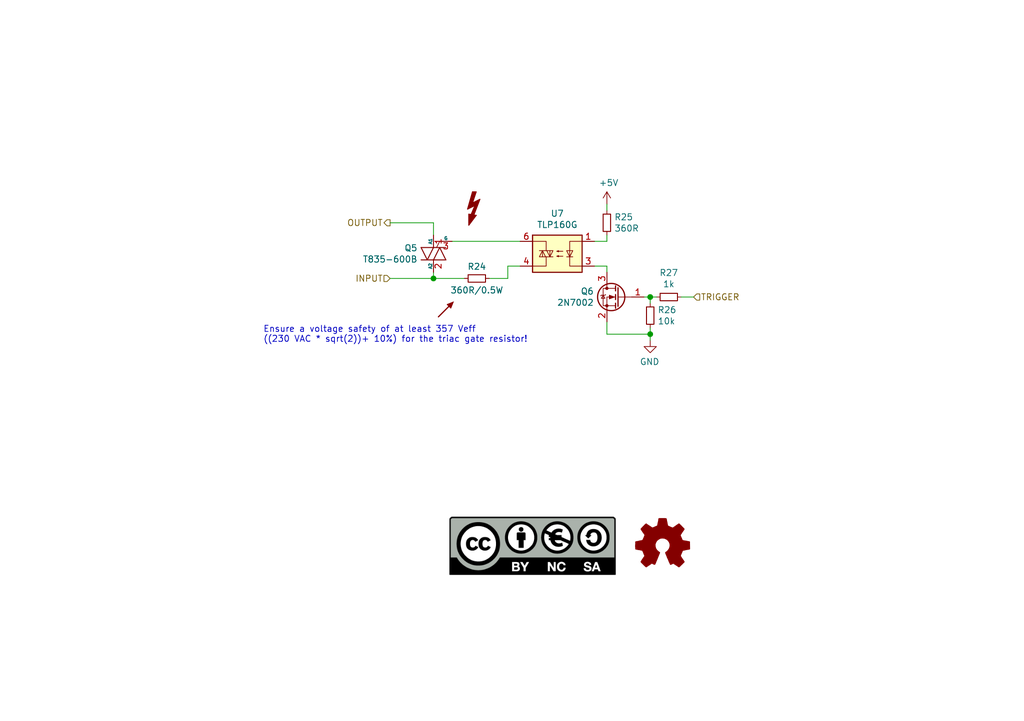
<source format=kicad_sch>
(kicad_sch (version 20201015) (generator eeschema)
  (paper "A5")
  (title_block (title "MadPresso controller") (date "2020-11-18") (rev "1.2"))
  (lib_symbols
    (symbol "Device:R_Small" (pin_numbers hide) (pin_names (offset 0.254) hide)
      (property "Reference" "R" (at 0.762 0.508 0))
      (property "Value" "R_Small" (at 0.762 -1.016 0))
      (symbol "R_Small_0_1"
        (rectangle (start -0.762 1.778) (end 0.762 -1.778) (stroke (width 0.2032)))
      )
      (symbol "R_Small_1_1"
        (pin passive line (at 0 2.54 270) (length 0.762) (name "~") (number "1"))
        (pin passive line (at 0 -2.54 90) (length 0.762) (name "~") (number "2"))
      )
    )
    (symbol "Graphic:Logo_Open_Hardware_Small" (pin_names (offset 1.016))
      (symbol "Logo_Open_Hardware_Small_0_1"
        (polyline (pts (xy 3.3528 -4.3434) (xy 3.302 -4.318) (xy 3.175 -4.2418) (xy 2.9972 -4.1148) (xy 2.7686 -3.9624) (xy 2.54 -3.81) (xy 2.3622 -3.7084) (xy 2.2352 -3.6068) (xy 2.1844 -3.5814) (xy 2.159 -3.6068) (xy 2.0574 -3.6576) (xy 1.905 -3.7338) (xy 1.8034 -3.7846) (xy 1.6764 -3.8354) (xy 1.6002 -3.8354) (xy 1.6002 -3.8354) (xy 1.5494 -3.7338) (xy 1.4732 -3.5306) (xy 1.3462 -3.302) (xy 1.2446 -3.0226) (xy 1.1176 -2.7178) (xy 0.9652 -2.413) (xy 0.8636 -2.1082) (xy 0.7366 -1.8288) (xy 0.6604 -1.6256) (xy 0.6096 -1.4732) (xy 0.5842 -1.397) (xy 0.5842 -1.397) (xy 0.6604 -1.3208) (xy 0.7874 -1.2446) (xy 1.0414 -1.016) (xy 1.2954 -0.6858) (xy 1.4478 -0.3302) (xy 1.524 0.0762) (xy 1.4732 0.4572) (xy 1.3208 0.8128) (xy 1.0668 1.143) (xy 0.762 1.3716) (xy 0.4064 1.524) (xy 0 1.5748) (xy -0.381 1.5494) (xy -0.7366 1.397) (xy -1.0668 1.143) (xy -1.2192 0.9906) (xy -1.397 0.6604) (xy -1.524 0.3048) (xy -1.524 0.2286) (xy -1.4986 -0.1778) (xy -1.397 -0.5334) (xy -1.1938 -0.8636) (xy -0.9144 -1.143) (xy -0.8636 -1.1684) (xy -0.7366 -1.27) (xy -0.635 -1.3462) (xy -0.5842 -1.397) (xy -1.0668 -2.5908) (xy -1.143 -2.794) (xy -1.2954 -3.1242) (xy -1.397 -3.4036) (xy -1.4986 -3.6322) (xy -1.5748 -3.7846) (xy -1.6002 -3.8354) (xy -1.6002 -3.8354) (xy -1.651 -3.8354) (xy -1.7272 -3.81) (xy -1.905 -3.7338) (xy -2.0066 -3.683) (xy -2.1336 -3.6068) (xy -2.2098 -3.5814) (xy -2.2606 -3.6068) (xy -2.3622 -3.683) (xy -2.54 -3.81) (xy -2.7686 -3.9624) (xy -2.9718 -4.0894) (xy -3.1496 -4.2164) (xy -3.302 -4.318) (xy -3.3528 -4.3434) (xy -3.3782 -4.3434) (xy -3.429 -4.318) (xy -3.5306 -4.2164) (xy -3.7084 -4.064) (xy -3.937 -3.8354) (xy -3.9624 -3.81) (xy -4.1656 -3.6068) (xy -4.318 -3.4544) (xy -4.4196 -3.3274) (xy -4.445 -3.2766) (xy -4.445 -3.2766) (xy -4.4196 -3.2258) (xy -4.318 -3.0734) (xy -4.2164 -2.8956) (xy -4.064 -2.667) (xy -3.6576 -2.0828) (xy -3.8862 -1.5494) (xy -3.937 -1.3716) (xy -4.0386 -1.1684) (xy -4.0894 -1.0414) (xy -4.1148 -0.9652) (xy -4.191 -0.9398) (xy -4.318 -0.9144) (xy -4.5466 -0.8636) (xy -4.8006 -0.8128) (xy -5.0546 -0.7874) (xy -5.2578 -0.7366) (xy -5.4356 -0.7112) (xy -5.5118 -0.6858) (xy -5.5118 -0.6858) (xy -5.5372 -0.635) (xy -5.5372 -0.5588) (xy -5.5372 -0.4318) (xy -5.5626 -0.2286) (xy -5.5626 0.0762) (xy -5.5626 0.127) (xy -5.5372 0.4064) (xy -5.5372 0.635) (xy -5.5372 0.762) (xy -5.5372 0.8382) (xy -5.5372 0.8382) (xy -5.461 0.8382) (xy -5.3086 0.889) (xy -5.08 0.9144) (xy -4.826 0.9652) (xy -4.8006 0.9906) (xy -4.5466 1.0414) (xy -4.318 1.0668) (xy -4.1656 1.1176) (xy -4.0894 1.143) (xy -4.0894 1.143) (xy -4.0386 1.2446) (xy -3.9624 1.4224) (xy -3.8608 1.6256) (xy -3.7846 1.8288) (xy -3.7084 2.0066) (xy -3.6576 2.159) (xy -3.6322 2.2098) (xy -3.6322 2.2098) (xy -3.683 2.286) (xy -3.7592 2.413) (xy -3.8862 2.5908) (xy -4.064 2.8194) (xy -4.064 2.8448) (xy -4.2164 3.0734) (xy -4.3434 3.2512) (xy -4.4196 3.3782) (xy -4.445 3.4544) (xy -4.445 3.4544) (xy -4.3942 3.5052) (xy -4.2926 3.6322) (xy -4.1148 3.81) (xy -3.937 4.0132) (xy -3.8608 4.064) (xy -3.6576 4.2926) (xy -3.5052 4.4196) (xy -3.4036 4.4958) (xy -3.3528 4.5212) (xy -3.3528 4.5212) (xy -3.302 4.4704) (xy -3.1496 4.3688) (xy -2.9718 4.2418) (xy -2.7432 4.0894) (xy -2.7178 4.0894) (xy -2.4892 3.937) (xy -2.3114 3.81) (xy -2.1844 3.7084) (xy -2.1336 3.683) (xy -2.1082 3.683) (xy -2.032 3.7084) (xy -1.8542 3.7592) (xy -1.6764 3.8354) (xy -1.4732 3.937) (xy -1.27 4.0132) (xy -1.143 4.064) (xy -1.0668 4.1148) (xy -1.0668 4.1148) (xy -1.0414 4.191) (xy -1.016 4.3434) (xy -0.9652 4.572) (xy -0.9144 4.8514) (xy -0.889 4.9022) (xy -0.8382 5.1562) (xy -0.8128 5.3848) (xy -0.7874 5.5372) (xy -0.762 5.588) (xy -0.7112 5.6134) (xy -0.5842 5.6134) (xy -0.4064 5.6134) (xy -0.1524 5.6134) (xy 0.0762 5.6134) (xy 0.3302 5.6134) (xy 0.5334 5.6134) (xy 0.6858 5.588) (xy 0.7366 5.588) (xy 0.7366 5.588) (xy 0.762 5.5118) (xy 0.8128 5.334) (xy 0.8382 5.1054) (xy 0.9144 4.826) (xy 0.9144 4.7752) (xy 0.9652 4.5212) (xy 1.016 4.2926) (xy 1.0414 4.1402) (xy 1.0668 4.0894) (xy 1.0668 4.0894) (xy 1.1938 4.0386) (xy 1.3716 3.9624) (xy 1.5748 3.8608) (xy 2.0828 3.6576) (xy 2.7178 4.0894) (xy 2.7686 4.1402) (xy 2.9972 4.2926) (xy 3.175 4.4196) (xy 3.302 4.4958) (xy 3.3782 4.5212) (xy 3.3782 4.5212) (xy 3.429 4.4704) (xy 3.556 4.3434) (xy 3.7338 4.191) (xy 3.9116 3.9878) (xy 4.064 3.8354) (xy 4.2418 3.6576) (xy 4.3434 3.556) (xy 4.4196 3.4798) (xy 4.4196 3.429) (xy 4.4196 3.4036) (xy 4.3942 3.3274) (xy 4.2926 3.2004) (xy 4.1656 2.9972) (xy 4.0132 2.794) (xy 3.8862 2.5908) (xy 3.7592 2.3876) (xy 3.6576 2.2352) (xy 3.6322 2.159) (xy 3.6322 2.1336) (xy 3.683 2.0066) (xy 3.7592 1.8288) (xy 3.8608 1.6002) (xy 4.064 1.1176) (xy 4.3942 1.0414) (xy 4.5974 1.016) (xy 4.8768 0.9652) (xy 5.1308 0.9144) (xy 5.5372 0.8382) (xy 5.5626 -0.6604) (xy 5.4864 -0.6858) (xy 5.4356 -0.6858) (xy 5.2832 -0.7366) (xy 5.0546 -0.762) (xy 4.8006 -0.8128) (xy 4.5974 -0.8636) (xy 4.3688 -0.9144) (xy 4.2164 -0.9398) (xy 4.1402 -0.9398) (xy 4.1148 -0.9652) (xy 4.064 -1.0668) (xy 3.9878 -1.2446) (xy 3.9116 -1.4478) (xy 3.81 -1.651) (xy 3.7338 -1.8542) (xy 3.683 -2.0066) (xy 3.6576 -2.0828) (xy 3.683 -2.1336) (xy 3.7846 -2.2606) (xy 3.8862 -2.4638) (xy 4.0386 -2.667) (xy 4.191 -2.8956) (xy 4.318 -3.0734) (xy 4.3942 -3.2004) (xy 4.445 -3.2766) (xy 4.4196 -3.3274) (xy 4.3434 -3.429) (xy 4.1656 -3.5814) (xy 3.937 -3.8354) (xy 3.8862 -3.8608) (xy 3.683 -4.064) (xy 3.5306 -4.2164) (xy 3.4036 -4.318) (xy 3.3528 -4.3434)) (fill (type outline)))
      )
    )
    (symbol "Graphic:SYM_Arrow45_Small" (pin_names (offset 1.016))
      (symbol "SYM_Arrow45_Small_0_1"
        (polyline (pts (xy 1.27 -1.27) (xy -1.524 1.524)) (stroke (width 0.254)))
        (polyline (pts (xy 1.524 -1.524) (xy 0.254 -1.016) (xy 1.016 -0.254) (xy 1.524 -1.524)) (fill (type outline)))
      )
    )
    (symbol "Graphic:SYM_Flash_Small" (pin_names (offset 1.016))
      (symbol "SYM_Flash_Small_0_1"
        (polyline (pts (xy 0.508 -1.016) (xy -1.016 -0.762) (xy -1.016 -3.048) (xy 0.508 -1.016)) (stroke (width 0.2032)) (fill (type outline)))
        (polyline (pts (xy -0.254 3.81) (xy 0.508 3.81) (xy -0.254 1.524) (xy 1.27 2.286) (xy 0 -1.016) (xy -0.508 -0.762) (xy 0.254 1.016) (xy -1.27 0.254) (xy -0.254 3.81)) (stroke (width 0.2032)) (fill (type outline)))
      )
    )
    (symbol "Relay_SolidState:TLP160G"
      (property "Reference" "U" (at -5.08 5.08 0))
      (property "Value" "TLP160G" (at -5.08 -5.08 0))
      (symbol "TLP160G_0_1"
        (rectangle (start -5.08 3.81) (end 5.08 -3.81) (stroke (width 0.254)) (fill (type background)))
        (polyline (pts (xy -3.175 -0.635) (xy -1.905 -0.635)))
        (polyline (pts (xy 1.524 -0.635) (xy 1.524 0.635)))
        (polyline (pts (xy 3.048 0.635) (xy 3.048 -0.635)))
        (polyline (pts (xy 2.286 -0.635) (xy 2.286 -2.54) (xy 5.08 -2.54)))
        (polyline (pts (xy 2.286 0.635) (xy 2.286 2.54) (xy 5.08 2.54)))
        (polyline (pts (xy -5.08 2.54) (xy -2.54 2.54) (xy -2.54 -2.54) (xy -5.08 -2.54)))
        (polyline (pts (xy -2.54 -0.635) (xy -3.175 0.635) (xy -1.905 0.635) (xy -2.54 -0.635)))
        (polyline (pts (xy 0.889 -0.635) (xy 3.683 -0.635) (xy 3.048 0.635) (xy 2.413 -0.635)))
        (polyline (pts (xy 3.683 0.635) (xy 0.889 0.635) (xy 1.524 -0.635) (xy 2.159 0.635)))
        (polyline (pts (xy -1.143 -0.508) (xy 0.127 -0.508) (xy -0.254 -0.635) (xy -0.254 -0.381) (xy 0.127 -0.508)))
        (polyline (pts (xy -1.143 0.508) (xy 0.127 0.508) (xy -0.254 0.381) (xy -0.254 0.635) (xy 0.127 0.508)))
      )
      (symbol "TLP160G_1_1"
        (pin passive line (at -7.62 2.54 0) (length 2.54) (name "~") (number "1"))
        (pin passive line (at -7.62 -2.54 0) (length 2.54) (name "~") (number "3"))
        (pin passive line (at 7.62 -2.54 180) (length 2.54) (name "~") (number "4"))
        (pin passive line (at 7.62 2.54 180) (length 2.54) (name "~") (number "6"))
      )
    )
    (symbol "Transistor_FET:2N7002" (pin_names hide)
      (property "Reference" "Q" (at 5.08 1.905 0))
      (property "Value" "2N7002" (at 5.08 0 0))
      (symbol "2N7002_0_1"
        (circle (center 1.651 0) (radius 2.794) (stroke (width 0.254)))
        (circle (center 2.54 -1.778) (radius 0.254) (fill (type outline)))
        (circle (center 2.54 1.778) (radius 0.254) (fill (type outline)))
        (polyline (pts (xy 0.254 0) (xy -2.54 0)))
        (polyline (pts (xy 0.254 1.905) (xy 0.254 -1.905)) (stroke (width 0.254)))
        (polyline (pts (xy 0.762 -1.27) (xy 0.762 -2.286)) (stroke (width 0.254)))
        (polyline (pts (xy 0.762 0.508) (xy 0.762 -0.508)) (stroke (width 0.254)))
        (polyline (pts (xy 0.762 2.286) (xy 0.762 1.27)) (stroke (width 0.254)))
        (polyline (pts (xy 2.54 2.54) (xy 2.54 1.778)))
        (polyline (pts (xy 2.54 -2.54) (xy 2.54 0) (xy 0.762 0)))
        (polyline (pts (xy 0.762 -1.778) (xy 3.302 -1.778) (xy 3.302 1.778) (xy 0.762 1.778)))
        (polyline (pts (xy 1.016 0) (xy 2.032 0.381) (xy 2.032 -0.381) (xy 1.016 0)) (fill (type outline)))
        (polyline (pts (xy 2.794 0.508) (xy 2.921 0.381) (xy 3.683 0.381) (xy 3.81 0.254)))
        (polyline (pts (xy 3.302 0.381) (xy 2.921 -0.254) (xy 3.683 -0.254) (xy 3.302 0.381)))
      )
      (symbol "2N7002_1_1"
        (pin input line (at -5.08 0 0) (length 2.54) (name "G") (number "1"))
        (pin passive line (at 2.54 -5.08 90) (length 2.54) (name "S") (number "2"))
        (pin passive line (at 2.54 5.08 270) (length 2.54) (name "D") (number "3"))
      )
    )
    (symbol "Triac_Thyristor:BT138-600" (pin_names (offset 0))
      (property "Reference" "Q" (at 5.08 1.905 0))
      (property "Value" "BT138-600" (at 5.08 0 0))
      (symbol "BT138-600_0_1"
        (polyline (pts (xy -2.54 -1.27) (xy 2.54 -1.27)) (stroke (width 0.2032)))
        (polyline (pts (xy -2.54 1.27) (xy 2.54 1.27)) (stroke (width 0.2032)))
        (polyline (pts (xy -1.27 -2.54) (xy -0.635 -1.27)))
        (polyline (pts (xy -2.54 1.27) (xy -1.27 -1.27) (xy 0 1.27)) (stroke (width 0.2032)))
        (polyline (pts (xy 0 -1.27) (xy 1.27 1.27) (xy 2.54 -1.27)) (stroke (width 0.2032)))
      )
      (symbol "BT138-600_1_1"
        (pin passive line (at 0 -3.81 90) (length 2.54) (name "A1") (number "1"))
        (pin passive line (at 0 3.81 270) (length 2.54) (name "A2") (number "2"))
        (pin input line (at -3.81 -2.54 0) (length 2.54) (name "G") (number "3"))
      )
    )
    (symbol "power:+5V" (power) (pin_names (offset 0))
      (property "Value" "+5V" (at 0 3.556 0))
      (symbol "+5V_0_1"
        (polyline (pts (xy -0.762 1.27) (xy 0 2.54)))
        (polyline (pts (xy 0 0) (xy 0 2.54)))
        (polyline (pts (xy 0 2.54) (xy 0.762 1.27)))
      )
      (symbol "+5V_1_1"
        (pin power_in line (at 0 0 90) (length 0) hide (name "+5V") (number "1"))
      )
    )
    (symbol "power:GND" (power) (pin_names (offset 0))
      (property "Value" "GND" (at 0 -3.81 0))
      (symbol "GND_0_1"
        (polyline (pts (xy 0 0) (xy 0 -1.27) (xy 1.27 -1.27) (xy 0 -2.54) (xy -1.27 -1.27) (xy 0 -1.27)))
      )
      (symbol "GND_1_1"
        (pin power_in line (at 0 0 270) (length 0) hide (name "GND") (number "1"))
      )
    )
  )
  (junction (at 88.9 57.15) (diameter 1.016))
  (junction (at 133.35 60.96) (diameter 1.016))
  (junction (at 133.35 68.58) (diameter 1.016))
  (wire (pts (xy 80.01 57.15) (xy 88.9 57.15)))
  (wire (pts (xy 88.9 45.72) (xy 80.01 45.72)))
  (wire (pts (xy 88.9 45.72) (xy 88.9 48.26)))
  (wire (pts (xy 88.9 57.15) (xy 88.9 55.88)))
  (wire (pts (xy 88.9 57.15) (xy 95.25 57.15)))
  (wire (pts (xy 92.71 49.53) (xy 106.68 49.53)))
  (wire (pts (xy 100.33 57.15) (xy 104.14 57.15)))
  (wire (pts (xy 104.14 54.61) (xy 104.14 57.15)))
  (wire (pts (xy 106.68 54.61) (xy 104.14 54.61)))
  (wire (pts (xy 121.92 49.53) (xy 124.46 49.53)))
  (wire (pts (xy 124.46 43.18) (xy 124.46 41.91)))
  (wire (pts (xy 124.46 49.53) (xy 124.46 48.26)))
  (wire (pts (xy 124.46 54.61) (xy 121.92 54.61)))
  (wire (pts (xy 124.46 55.88) (xy 124.46 54.61)))
  (wire (pts (xy 124.46 68.58) (xy 124.46 66.04)))
  (wire (pts (xy 133.35 60.96) (xy 132.08 60.96)))
  (wire (pts (xy 133.35 62.23) (xy 133.35 60.96)))
  (wire (pts (xy 133.35 67.31) (xy 133.35 68.58)))
  (wire (pts (xy 133.35 68.58) (xy 124.46 68.58)))
  (wire (pts (xy 133.35 68.58) (xy 133.35 69.85)))
  (wire (pts (xy 134.62 60.96) (xy 133.35 60.96)))
  (wire (pts (xy 139.7 60.96) (xy 142.24 60.96)))
  (image (at 109.22 112.014))
  (text "Ensure a voltage safety of at least 357 Veff\n((230 VAC * sqrt(2))+ 10%) for the triac gate resistor!" (at 53.975 70.485 0) (effects (font (size 1.27 1.27)) (justify left bottom)))
  (hierarchical_label "OUTPUT" (shape output) (at 80.01 45.72 180))
  (hierarchical_label "INPUT" (shape input) (at 80.01 57.15 180))
  (hierarchical_label "TRIGGER" (shape input) (at 142.24 60.96 0))
  (symbol (lib_id "power:+5V") (at 124.46 41.91 0)
    (property "Reference" "#PWR049" (effects hide))
    (property "Value" "+5V" (at 124.841 37.5158 0))
  )
  (symbol (lib_id "power:GND") (at 133.35 69.85 0) (mirror y)
    (property "Reference" "#PWR050" (effects hide))
    (property "Value" "GND" (at 133.223 74.2442 0))
  )
  (symbol (lib_id "Graphic:SYM_Arrow45_Small") (at 91.44 63.5 90)
    (property "Reference" "#SYM?" (effects hide))
    (property "Value" "SYM_Arrow45_Small" (effects hide))
  )
  (symbol (lib_id "Device:R_Small") (at 97.79 57.15 270)
    (property "Reference" "R24" (at 97.79 54.7116 90))
    (property "Value" "360R/0.5W" (at 97.79 59.563 90))
    (property "Footprint" "Resistor_SMD:R_1206_3216Metric_Pad1.30x1.75mm_HandSolder" (effects hide))
    (property "Datasheet" "https://docs.rs-online.com/ef78/0900766b812cb812.pdf" (effects hide))
    (property "Part" "Panasonic ERJP08F3600V" (effects hide))
  )
  (symbol (lib_id "Device:R_Small") (at 124.46 45.72 180)
    (property "Reference" "R25" (at 125.9586 44.5516 0) (effects (justify right)))
    (property "Value" "360R" (at 125.9586 46.863 0) (effects (justify right)))
    (property "Footprint" "Resistor_SMD:R_0603_1608Metric_Pad0.98x0.95mm_HandSolder" (effects hide))
  )
  (symbol (lib_id "Device:R_Small") (at 133.35 64.77 0)
    (property "Reference" "R26" (at 134.8486 63.6016 0) (effects (justify left)))
    (property "Value" "10k" (at 134.8486 65.913 0) (effects (justify left)))
    (property "Footprint" "Resistor_SMD:R_0603_1608Metric_Pad0.98x0.95mm_HandSolder" (effects hide))
  )
  (symbol (lib_id "Device:R_Small") (at 137.16 60.96 270)
    (property "Reference" "R27" (at 137.16 55.9816 90))
    (property "Value" "1k" (at 137.16 58.293 90))
    (property "Footprint" "Resistor_SMD:R_0603_1608Metric_Pad0.98x0.95mm_HandSolder" (effects hide))
  )
  (symbol (lib_id "Graphic:SYM_Flash_Small") (at 97.155 43.18 0)
    (property "Reference" "#SYM?" (effects hide))
    (property "Value" "SYM_Flash_Small" (effects hide))
  )
  (symbol (lib_id "Triac_Thyristor:BT138-600") (at 88.9 52.07 180)
    (property "Reference" "Q5" (at 85.6488 50.9016 0) (effects (justify left)))
    (property "Value" "T835-600B" (at 85.6488 53.213 0) (effects (justify left)))
    (property "Footprint" "Package_TO_SOT_SMD:TO-252-2" (effects hide))
    (property "Datasheet" "https://assets.nexperia.com/documents/data-sheet/BT138_SER_D_E.pdf" (effects hide))
  )
  (symbol (lib_id "Transistor_FET:2N7002") (at 127 60.96 0) (mirror y)
    (property "Reference" "Q6" (at 121.8184 59.7916 0) (effects (justify left)))
    (property "Value" "2N7002" (at 121.8184 62.103 0) (effects (justify left)))
    (property "Footprint" "Package_TO_SOT_SMD:SOT-23" (effects hide))
    (property "Datasheet" "https://www.onsemi.com/pub/Collateral/NDS7002A-D.PDF" (effects hide))
  )
  (symbol (lib_id "Graphic:Logo_Open_Hardware_Small") (at 135.89 112.014 0)
    (property "Reference" "#LOGO?" (effects hide))
    (property "Value" "Logo_Open_Hardware_Small" (effects hide))
  )
  (symbol (lib_id "Relay_SolidState:TLP160G") (at 114.3 52.07 0) (mirror y)
    (property "Reference" "U7" (at 114.3 43.815 0))
    (property "Value" "TLP160G" (at 114.3 46.1264 0))
    (property "Footprint" "Package_SO:MFSOP6-4_4.4x3.6mm_P1.27mm" (effects hide))
    (property "Datasheet" "https://toshiba.semicon-storage.com/info/docget.jsp?did=16916&prodName=TLP160G" (effects hide))
  )
)
</source>
